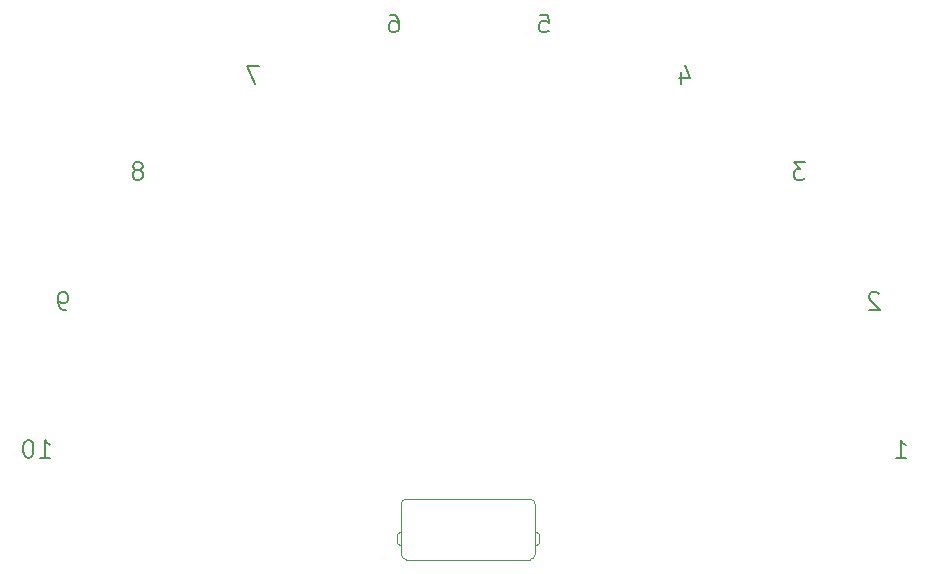
<source format=gbr>
G04 #@! TF.GenerationSoftware,KiCad,Pcbnew,(6.0.0-rc1-dev-305-gf0b8b2136)*
G04 #@! TF.CreationDate,2019-06-24T15:23:41-06:00*
G04 #@! TF.ProjectId,Station05,53746174696F6E30352E6B696361645F,rev?*
G04 #@! TF.SameCoordinates,Original*
G04 #@! TF.FileFunction,Legend,Bot*
G04 #@! TF.FilePolarity,Positive*
%FSLAX46Y46*%
G04 Gerber Fmt 4.6, Leading zero omitted, Abs format (unit mm)*
G04 Created by KiCad (PCBNEW (6.0.0-rc1-dev-305-gf0b8b2136)) date 06/24/19 15:23:41*
%MOMM*%
%LPD*%
G01*
G04 APERTURE LIST*
%ADD10C,0.200000*%
%ADD11C,0.120000*%
G04 APERTURE END LIST*
D10*
X103717214Y-95681731D02*
X104574357Y-95681731D01*
X104145785Y-95681731D02*
X104145785Y-94181731D01*
X104288642Y-94396017D01*
X104431500Y-94538874D01*
X104574357Y-94610302D01*
X102788642Y-94181731D02*
X102645785Y-94181731D01*
X102502928Y-94253160D01*
X102431500Y-94324588D01*
X102360071Y-94467445D01*
X102288642Y-94753160D01*
X102288642Y-95110302D01*
X102360071Y-95396017D01*
X102431500Y-95538874D01*
X102502928Y-95610302D01*
X102645785Y-95681731D01*
X102788642Y-95681731D01*
X102931500Y-95610302D01*
X103002928Y-95538874D01*
X103074357Y-95396017D01*
X103145785Y-95110302D01*
X103145785Y-94753160D01*
X103074357Y-94467445D01*
X103002928Y-94324588D01*
X102931500Y-94253160D01*
X102788642Y-94181731D01*
X105927214Y-83171731D02*
X105641500Y-83171731D01*
X105498642Y-83100302D01*
X105427214Y-83028874D01*
X105284357Y-82814588D01*
X105212928Y-82528874D01*
X105212928Y-81957445D01*
X105284357Y-81814588D01*
X105355785Y-81743160D01*
X105498642Y-81671731D01*
X105784357Y-81671731D01*
X105927214Y-81743160D01*
X105998642Y-81814588D01*
X106070071Y-81957445D01*
X106070071Y-82314588D01*
X105998642Y-82457445D01*
X105927214Y-82528874D01*
X105784357Y-82600302D01*
X105498642Y-82600302D01*
X105355785Y-82528874D01*
X105284357Y-82457445D01*
X105212928Y-82314588D01*
X112124357Y-71314588D02*
X112267214Y-71243160D01*
X112338642Y-71171731D01*
X112410071Y-71028874D01*
X112410071Y-70957445D01*
X112338642Y-70814588D01*
X112267214Y-70743160D01*
X112124357Y-70671731D01*
X111838642Y-70671731D01*
X111695785Y-70743160D01*
X111624357Y-70814588D01*
X111552928Y-70957445D01*
X111552928Y-71028874D01*
X111624357Y-71171731D01*
X111695785Y-71243160D01*
X111838642Y-71314588D01*
X112124357Y-71314588D01*
X112267214Y-71386017D01*
X112338642Y-71457445D01*
X112410071Y-71600302D01*
X112410071Y-71886017D01*
X112338642Y-72028874D01*
X112267214Y-72100302D01*
X112124357Y-72171731D01*
X111838642Y-72171731D01*
X111695785Y-72100302D01*
X111624357Y-72028874D01*
X111552928Y-71886017D01*
X111552928Y-71600302D01*
X111624357Y-71457445D01*
X111695785Y-71386017D01*
X111838642Y-71314588D01*
X122221500Y-62511731D02*
X121221500Y-62511731D01*
X121864357Y-64011731D01*
X133365785Y-58161731D02*
X133651500Y-58161731D01*
X133794357Y-58233160D01*
X133865785Y-58304588D01*
X134008642Y-58518874D01*
X134080071Y-58804588D01*
X134080071Y-59376017D01*
X134008642Y-59518874D01*
X133937214Y-59590302D01*
X133794357Y-59661731D01*
X133508642Y-59661731D01*
X133365785Y-59590302D01*
X133294357Y-59518874D01*
X133222928Y-59376017D01*
X133222928Y-59018874D01*
X133294357Y-58876017D01*
X133365785Y-58804588D01*
X133508642Y-58733160D01*
X133794357Y-58733160D01*
X133937214Y-58804588D01*
X134008642Y-58876017D01*
X134080071Y-59018874D01*
X145994357Y-58161731D02*
X146708642Y-58161731D01*
X146780071Y-58876017D01*
X146708642Y-58804588D01*
X146565785Y-58733160D01*
X146208642Y-58733160D01*
X146065785Y-58804588D01*
X145994357Y-58876017D01*
X145922928Y-59018874D01*
X145922928Y-59376017D01*
X145994357Y-59518874D01*
X146065785Y-59590302D01*
X146208642Y-59661731D01*
X146565785Y-59661731D01*
X146708642Y-59590302D01*
X146780071Y-59518874D01*
X157995785Y-63011731D02*
X157995785Y-64011731D01*
X158352928Y-62440302D02*
X158710071Y-63511731D01*
X157781500Y-63511731D01*
X168441500Y-70671731D02*
X167512928Y-70671731D01*
X168012928Y-71243160D01*
X167798642Y-71243160D01*
X167655785Y-71314588D01*
X167584357Y-71386017D01*
X167512928Y-71528874D01*
X167512928Y-71886017D01*
X167584357Y-72028874D01*
X167655785Y-72100302D01*
X167798642Y-72171731D01*
X168227214Y-72171731D01*
X168370071Y-72100302D01*
X168441500Y-72028874D01*
X174720071Y-81814588D02*
X174648642Y-81743160D01*
X174505785Y-81671731D01*
X174148642Y-81671731D01*
X174005785Y-81743160D01*
X173934357Y-81814588D01*
X173862928Y-81957445D01*
X173862928Y-82100302D01*
X173934357Y-82314588D01*
X174791500Y-83171731D01*
X173862928Y-83171731D01*
X176142928Y-95681731D02*
X177000071Y-95681731D01*
X176571500Y-95681731D02*
X176571500Y-94181731D01*
X176714357Y-94396017D01*
X176857214Y-94538874D01*
X177000071Y-94610302D01*
D11*
G04 #@! TO.C,U11*
X145960000Y-102120000D02*
X145640000Y-101920000D01*
X133960000Y-102120000D02*
X134280000Y-101920000D01*
X133960000Y-102120000D02*
X133960000Y-102920000D01*
X133960000Y-102920000D02*
X134280000Y-103120000D01*
X145960000Y-102920000D02*
X145640000Y-103120000D01*
X145960000Y-102120000D02*
X145960000Y-102920000D01*
X145640000Y-99640000D02*
X145640000Y-103860000D01*
X134280000Y-103860000D02*
X134280000Y-99640000D01*
X145190000Y-99190000D02*
X134730000Y-99190000D01*
X145190000Y-104310000D02*
X134730000Y-104310000D01*
X145640000Y-103860000D02*
G75*
G02X145190000Y-104310000I-450000J0D01*
G01*
X134730000Y-104310000D02*
G75*
G02X134280000Y-103860000I0J450000D01*
G01*
X145190000Y-99190000D02*
G75*
G02X145640000Y-99640000I0J-450000D01*
G01*
X134280000Y-99640000D02*
G75*
G02X134730000Y-99190000I450000J0D01*
G01*
G04 #@! TD*
M02*

</source>
